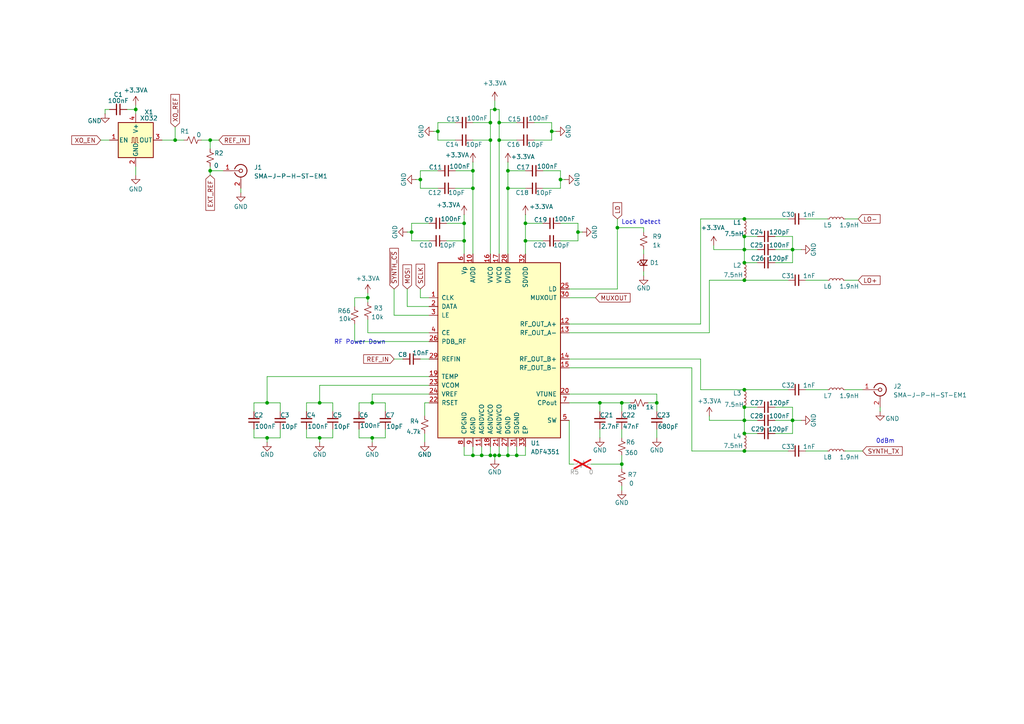
<source format=kicad_sch>
(kicad_sch (version 20231120) (generator "eeschema") (generator_version "8.0")
  (paper "A4")
  (lib_symbols
    (symbol "Connector:Conn_Coaxial" (pin_names (offset 1.016) hide)
      (property "Reference" "J" (at 0.254 3.048 0))
      (property "Value" "Conn_Coaxial" (at 2.921 0 90))
      (symbol "Conn_Coaxial_0_1"
        (arc (start -1.778 -0.508) (mid 0.2311 -1.8066) (end 1.778 0) (stroke (width 0.254)))
        (polyline (pts (xy -2.54 0) (xy -0.508 0)))
        (polyline (pts (xy 0 -2.54) (xy 0 -1.778)))
        (circle (center 0 0) (radius 0.508) (stroke (width 0.2032)))
        (arc (start 1.778 0) (mid 0.2099 1.8101) (end -1.778 0.508) (stroke (width 0.254)))
      )
      (symbol "Conn_Coaxial_1_1"
        (pin passive line (at -5.08 0 0) (length 2.54) (name "In") (number "1"))
        (pin passive line (at 0 -5.08 90) (length 2.54) (name "Ext") (number "2"))
      )
    )
    (symbol "Device:C_Small" (pin_numbers hide) (pin_names (offset 0.254) hide)
      (property "Reference" "C" (at 0.254 1.778 0))
      (property "Value" "C_Small" (at 0.254 -2.032 0))
      (symbol "C_Small_0_1"
        (polyline (pts (xy -1.524 -0.508) (xy 1.524 -0.508)) (stroke (width 0.3302)))
        (polyline (pts (xy -1.524 0.508) (xy 1.524 0.508)) (stroke (width 0.3048)))
      )
      (symbol "C_Small_1_1"
        (pin passive line (at 0 2.54 270) (length 2.032) (name "~") (number "1"))
        (pin passive line (at 0 -2.54 90) (length 2.032) (name "~") (number "2"))
      )
    )
    (symbol "Device:LED_Small" (pin_numbers hide) (pin_names (offset 0.254) hide)
      (property "Reference" "D" (at -1.27 3.175 0))
      (property "Value" "LED_Small" (at -4.445 -2.54 0))
      (symbol "LED_Small_0_1"
        (polyline (pts (xy -0.762 -1.016) (xy -0.762 1.016)) (stroke (width 0.254)))
        (polyline (pts (xy 1.016 0) (xy -0.762 0)))
        (polyline (pts (xy 0.762 -1.016) (xy -0.762 0) (xy 0.762 1.016) (xy 0.762 -1.016)) (stroke (width 0.254)))
        (polyline (pts (xy 0 0.762) (xy -0.508 1.27) (xy -0.254 1.27) (xy -0.508 1.27) (xy -0.508 1.016)))
        (polyline (pts (xy 0.508 1.27) (xy 0 1.778) (xy 0.254 1.778) (xy 0 1.778) (xy 0 1.524)))
      )
      (symbol "LED_Small_1_1"
        (pin passive line (at -2.54 0 0) (length 1.778) (name "K") (number "1"))
        (pin passive line (at 2.54 0 180) (length 1.778) (name "A") (number "2"))
      )
    )
    (symbol "Device:L_Small" (pin_numbers hide) (pin_names (offset 0.254) hide)
      (property "Reference" "L" (at 0.762 1.016 0))
      (property "Value" "L_Small" (at 0.762 -1.016 0))
      (symbol "L_Small_0_1"
        (arc (start 0 -2.032) (mid 0.5058 -1.524) (end 0 -1.016))
        (arc (start 0 -1.016) (mid 0.5058 -0.508) (end 0 0))
        (arc (start 0 0) (mid 0.5058 0.508) (end 0 1.016))
        (arc (start 0 1.016) (mid 0.5058 1.524) (end 0 2.032))
      )
      (symbol "L_Small_1_1"
        (pin passive line (at 0 2.54 270) (length 0.508) (name "~") (number "1"))
        (pin passive line (at 0 -2.54 90) (length 0.508) (name "~") (number "2"))
      )
    )
    (symbol "Device:R_Small_US" (pin_numbers hide) (pin_names (offset 0.254) hide)
      (property "Reference" "R" (at 0.762 0.508 0))
      (property "Value" "R_Small_US" (at 0.762 -1.016 0))
      (symbol "R_Small_US_1_1"
        (polyline (pts (xy 0 0) (xy 1.016 -0.381) (xy 0 -0.762) (xy -1.016 -1.143) (xy 0 -1.524)))
        (polyline (pts (xy 0 1.524) (xy 1.016 1.143) (xy 0 0.762) (xy -1.016 0.381) (xy 0 0)))
        (pin passive line (at 0 2.54 270) (length 1.016) (name "~") (number "1"))
        (pin passive line (at 0 -2.54 90) (length 1.016) (name "~") (number "2"))
      )
    )
    (symbol "Oscillator:XO32" (pin_names (offset 0.254))
      (property "Reference" "X" (at -5.08 6.35 0))
      (property "Value" "XO32" (at 1.27 -6.35 0))
      (symbol "XO32_0_1"
        (rectangle (start -5.08 5.08) (end 5.08 -5.08) (stroke (width 0.254)) (fill (type background)))
        (polyline (pts (xy -1.27 -0.762) (xy -1.016 -0.762) (xy -1.016 0.762) (xy -0.508 0.762) (xy -0.508 -0.762) (xy 0 -0.762) (xy 0 0.762) (xy 0.508 0.762) (xy 0.508 -0.762) (xy 0.762 -0.762)))
      )
      (symbol "XO32_1_1"
        (pin input line (at -7.62 0 0) (length 2.54) (name "EN") (number "1"))
        (pin power_in line (at 0 -7.62 90) (length 2.54) (name "GND") (number "2"))
        (pin output line (at 7.62 0 180) (length 2.54) (name "OUT") (number "3"))
        (pin power_in line (at 0 7.62 270) (length 2.54) (name "V+") (number "4"))
      )
    )
    (symbol "Timer_PLL:ADF4351" (pin_names (offset 1.016))
      (property "Reference" "U" (at 0 1.27 0))
      (property "Value" "ADF4351" (at 0 -1.27 0))
      (symbol "ADF4351_0_1"
        (rectangle (start 17.78 25.4) (end -17.78 -25.4) (stroke (width 0.254)) (fill (type background)))
      )
      (symbol "ADF4351_1_1"
        (pin input line (at -20.32 15.24 0) (length 2.54) (name "CLK") (number "1"))
        (pin power_in line (at -7.62 27.94 270) (length 2.54) (name "AVDD") (number "10"))
        (pin power_in line (at -5.08 -27.94 90) (length 2.54) (name "AGNDVCO") (number "11"))
        (pin output line (at 20.32 7.62 180) (length 2.54) (name "RF_OUT_A+") (number "12"))
        (pin output line (at 20.32 5.08 180) (length 2.54) (name "RF_OUT_A-") (number "13"))
        (pin output line (at 20.32 -2.54 180) (length 2.54) (name "RF_OUT_B+") (number "14"))
        (pin output line (at 20.32 -5.08 180) (length 2.54) (name "RF_OUT_B-") (number "15"))
        (pin power_in line (at -2.54 27.94 270) (length 2.54) (name "VVCO") (number "16"))
        (pin power_in line (at 0 27.94 270) (length 2.54) (name "VVCO") (number "17"))
        (pin power_in line (at -2.54 -27.94 90) (length 2.54) (name "AGNDVCO") (number "18"))
        (pin input line (at -20.32 -7.62 0) (length 2.54) (name "TEMP") (number "19"))
        (pin input line (at -20.32 12.7 0) (length 2.54) (name "DATA") (number "2"))
        (pin input line (at 20.32 -12.7 180) (length 2.54) (name "VTUNE") (number "20"))
        (pin power_in line (at 0 -27.94 90) (length 2.54) (name "AGNDVCO") (number "21"))
        (pin input line (at -20.32 -15.24 0) (length 2.54) (name "RSET") (number "22"))
        (pin input line (at -20.32 -10.16 0) (length 2.54) (name "VCOM") (number "23"))
        (pin input line (at -20.32 -12.7 0) (length 2.54) (name "VREF") (number "24"))
        (pin input line (at 20.32 17.78 180) (length 2.54) (name "LD") (number "25"))
        (pin input line (at -20.32 2.54 0) (length 2.54) (name "PDB_RF") (number "26"))
        (pin power_in line (at 2.54 -27.94 90) (length 2.54) (name "DGND") (number "27"))
        (pin power_in line (at 2.54 27.94 270) (length 2.54) (name "DVDD") (number "28"))
        (pin input line (at -20.32 -2.54 0) (length 2.54) (name "REFIN") (number "29"))
        (pin input line (at -20.32 10.16 0) (length 2.54) (name "LE") (number "3"))
        (pin output line (at 20.32 15.24 180) (length 2.54) (name "MUXOUT") (number "30"))
        (pin power_in line (at 5.08 -27.94 90) (length 2.54) (name "SDGND") (number "31"))
        (pin power_in line (at 7.62 27.94 270) (length 2.54) (name "SDVDD") (number "32"))
        (pin power_in line (at 7.62 -27.94 90) (length 2.54) (name "EP") (number "33"))
        (pin input line (at -20.32 5.08 0) (length 2.54) (name "CE") (number "4"))
        (pin input line (at 20.32 -20.32 180) (length 2.54) (name "SW") (number "5"))
        (pin power_in line (at -10.16 27.94 270) (length 2.54) (name "Vp") (number "6"))
        (pin input line (at 20.32 -15.24 180) (length 2.54) (name "CPout") (number "7"))
        (pin power_in line (at -10.16 -27.94 90) (length 2.54) (name "CPGND") (number "8"))
        (pin power_in line (at -7.62 -27.94 90) (length 2.54) (name "AGND") (number "9"))
      )
    )
    (symbol "power:+3.3VA" (power) (pin_numbers hide) (pin_names (offset 0) hide)
      (property "Value" "+3.3VA" (at 0 3.556 0))
      (symbol "+3.3VA_0_1"
        (polyline (pts (xy -0.762 1.27) (xy 0 2.54)))
        (polyline (pts (xy 0 0) (xy 0 2.54)))
        (polyline (pts (xy 0 2.54) (xy 0.762 1.27)))
      )
      (symbol "+3.3VA_1_1"
        (pin power_in line (at 0 0 90) (length 0) (name "~") (number "1"))
      )
    )
    (symbol "power:GND" (power) (pin_numbers hide) (pin_names (offset 0) hide)
      (property "Value" "GND" (at 0 -3.81 0))
      (symbol "GND_0_1"
        (polyline (pts (xy 0 0) (xy 0 -1.27) (xy 1.27 -1.27) (xy 0 -2.54) (xy -1.27 -1.27) (xy 0 -1.27)))
      )
      (symbol "GND_1_1"
        (pin power_in line (at 0 0 270) (length 0) (name "~") (number "1"))
      )
    )
  )
  (junction (at 160.02 38.1))
  (junction (at 92.71 116.84))
  (junction (at 134.62 64.77))
  (junction (at 137.16 132.08))
  (junction (at 180.34 134.62))
  (junction (at 215.9 118.11))
  (junction (at 144.78 132.08))
  (junction (at 92.71 127))
  (junction (at 147.32 54.61))
  (junction (at 215.9 63.5))
  (junction (at 142.24 132.08))
  (junction (at 60.96 40.64))
  (junction (at 162.56 52.07))
  (junction (at 215.9 76.2))
  (junction (at 142.24 35.56))
  (junction (at 215.9 130.81))
  (junction (at 137.16 54.61))
  (junction (at 119.38 67.31))
  (junction (at 229.87 72.39))
  (junction (at 77.47 127))
  (junction (at 147.32 49.53))
  (junction (at 173.99 116.84))
  (junction (at 139.7 132.08))
  (junction (at 39.37 31.75))
  (junction (at 229.87 121.92))
  (junction (at 215.9 72.39))
  (junction (at 60.96 49.53))
  (junction (at 137.16 49.53))
  (junction (at 50.8 40.64))
  (junction (at 215.9 68.58))
  (junction (at 152.4 64.77))
  (junction (at 190.5 116.84))
  (junction (at 179.07 66.04))
  (junction (at 215.9 113.03))
  (junction (at 215.9 81.28))
  (junction (at 142.24 40.64))
  (junction (at 77.47 116.84))
  (junction (at 127 38.1))
  (junction (at 215.9 121.92))
  (junction (at 144.78 40.64))
  (junction (at 107.95 116.84))
  (junction (at 143.51 31.75))
  (junction (at 121.92 52.07))
  (junction (at 152.4 69.85))
  (junction (at 106.68 86.36))
  (junction (at 180.34 116.84))
  (junction (at 107.95 127))
  (junction (at 215.9 125.73))
  (junction (at 134.62 69.85))
  (junction (at 167.64 67.31))
  (junction (at 143.51 132.08))
  (junction (at 147.32 132.08))
  (junction (at 149.86 132.08))
  (junction (at 144.78 35.56))
  (wire (pts (xy 106.68 85.09) (xy 106.68 86.36)))
  (wire (pts (xy 143.51 132.08) (xy 144.78 132.08)))
  (wire (pts (xy 30.48 33.02) (xy 30.48 31.75)))
  (wire (pts (xy 144.78 40.64) (xy 144.78 73.66)))
  (wire (pts (xy 165.1 96.52) (xy 205.74 96.52)))
  (wire (pts (xy 137.16 54.61) (xy 132.08 54.61)))
  (wire (pts (xy 167.64 69.85) (xy 162.56 69.85)))
  (wire (pts (xy 179.07 66.04) (xy 179.07 83.82)))
  (wire (pts (xy 215.9 76.2) (xy 219.71 76.2)))
  (wire (pts (xy 50.8 36.83) (xy 50.8 40.64)))
  (wire (pts (xy 142.24 35.56) (xy 142.24 40.64)))
  (wire (pts (xy 107.95 116.84) (xy 111.76 116.84)))
  (wire (pts (xy 142.24 40.64) (xy 137.16 40.64)))
  (wire (pts (xy 229.87 76.2) (xy 229.87 72.39)))
  (wire (pts (xy 186.69 72.39) (xy 186.69 73.66)))
  (wire (pts (xy 152.4 132.08) (xy 152.4 129.54)))
  (wire (pts (xy 144.78 129.54) (xy 144.78 132.08)))
  (wire (pts (xy 224.79 76.2) (xy 229.87 76.2)))
  (wire (pts (xy 114.3 91.44) (xy 114.3 83.82)))
  (wire (pts (xy 147.32 132.08) (xy 149.86 132.08)))
  (wire (pts (xy 186.69 66.04) (xy 179.07 66.04)))
  (wire (pts (xy 106.68 96.52) (xy 124.46 96.52)))
  (wire (pts (xy 102.87 86.36) (xy 106.68 86.36)))
  (wire (pts (xy 147.32 129.54) (xy 147.32 132.08)))
  (wire (pts (xy 219.71 121.92) (xy 215.9 121.92)))
  (wire (pts (xy 215.9 121.92) (xy 215.9 125.73)))
  (wire (pts (xy 186.69 78.74) (xy 186.69 80.01)))
  (wire (pts (xy 215.9 68.58) (xy 215.9 72.39)))
  (wire (pts (xy 77.47 127) (xy 81.28 127)))
  (wire (pts (xy 102.87 99.06) (xy 124.46 99.06)))
  (wire (pts (xy 149.86 132.08) (xy 152.4 132.08)))
  (wire (pts (xy 180.34 132.08) (xy 180.34 134.62)))
  (wire (pts (xy 121.92 54.61) (xy 127 54.61)))
  (wire (pts (xy 144.78 31.75) (xy 143.51 31.75)))
  (wire (pts (xy 224.79 121.92) (xy 229.87 121.92)))
  (wire (pts (xy 215.9 72.39) (xy 215.9 76.2)))
  (wire (pts (xy 152.4 64.77) (xy 157.48 64.77)))
  (wire (pts (xy 127 40.64) (xy 132.08 40.64)))
  (wire (pts (xy 215.9 118.11) (xy 219.71 118.11)))
  (wire (pts (xy 229.87 125.73) (xy 229.87 121.92)))
  (wire (pts (xy 73.66 127) (xy 77.47 127)))
  (wire (pts (xy 215.9 63.5) (xy 228.6 63.5)))
  (wire (pts (xy 180.34 116.84) (xy 182.88 116.84)))
  (wire (pts (xy 167.64 69.85) (xy 167.64 67.31)))
  (wire (pts (xy 142.24 129.54) (xy 142.24 132.08)))
  (wire (pts (xy 147.32 46.99) (xy 147.32 49.53)))
  (wire (pts (xy 39.37 31.75) (xy 39.37 33.02)))
  (wire (pts (xy 39.37 30.48) (xy 39.37 31.75)))
  (wire (pts (xy 77.47 116.84) (xy 81.28 116.84)))
  (wire (pts (xy 92.71 111.76) (xy 92.71 116.84)))
  (wire (pts (xy 106.68 92.71) (xy 106.68 96.52)))
  (wire (pts (xy 207.01 72.39) (xy 215.9 72.39)))
  (wire (pts (xy 88.9 124.46) (xy 88.9 127)))
  (wire (pts (xy 203.2 63.5) (xy 215.9 63.5)))
  (wire (pts (xy 123.19 116.84) (xy 124.46 116.84)))
  (wire (pts (xy 92.71 116.84) (xy 96.52 116.84)))
  (wire (pts (xy 168.91 67.31) (xy 167.64 67.31)))
  (wire (pts (xy 173.99 124.46) (xy 173.99 127)))
  (wire (pts (xy 123.19 125.73) (xy 123.19 128.27)))
  (wire (pts (xy 142.24 31.75) (xy 142.24 35.56)))
  (wire (pts (xy 186.69 67.31) (xy 186.69 66.04)))
  (wire (pts (xy 171.45 134.62) (xy 180.34 134.62)))
  (wire (pts (xy 162.56 54.61) (xy 157.48 54.61)))
  (wire (pts (xy 157.48 69.85) (xy 152.4 69.85)))
  (wire (pts (xy 229.87 68.58) (xy 224.79 68.58)))
  (wire (pts (xy 134.62 69.85) (xy 134.62 73.66)))
  (wire (pts (xy 215.9 68.58) (xy 219.71 68.58)))
  (wire (pts (xy 121.92 86.36) (xy 121.92 83.82)))
  (wire (pts (xy 165.1 114.3) (xy 190.5 114.3)))
  (wire (pts (xy 96.52 119.38) (xy 96.52 116.84)))
  (wire (pts (xy 161.29 38.1) (xy 160.02 38.1)))
  (wire (pts (xy 205.74 121.92) (xy 215.9 121.92)))
  (wire (pts (xy 187.96 116.84) (xy 190.5 116.84)))
  (wire (pts (xy 180.34 116.84) (xy 180.34 119.38)))
  (wire (pts (xy 134.62 129.54) (xy 134.62 132.08)))
  (wire (pts (xy 50.8 40.64) (xy 46.99 40.64)))
  (wire (pts (xy 160.02 35.56) (xy 160.02 38.1)))
  (wire (pts (xy 167.64 64.77) (xy 167.64 67.31)))
  (wire (pts (xy 203.2 113.03) (xy 215.9 113.03)))
  (wire (pts (xy 137.16 129.54) (xy 137.16 132.08)))
  (wire (pts (xy 205.74 121.92) (xy 205.74 120.65)))
  (wire (pts (xy 179.07 83.82) (xy 165.1 83.82)))
  (wire (pts (xy 137.16 132.08) (xy 139.7 132.08)))
  (wire (pts (xy 104.14 116.84) (xy 107.95 116.84)))
  (wire (pts (xy 233.68 130.81) (xy 240.03 130.81)))
  (wire (pts (xy 229.87 72.39) (xy 232.41 72.39)))
  (wire (pts (xy 102.87 86.36) (xy 102.87 88.9)))
  (wire (pts (xy 134.62 62.23) (xy 134.62 64.77)))
  (wire (pts (xy 81.28 119.38) (xy 81.28 116.84)))
  (wire (pts (xy 39.37 48.26) (xy 39.37 50.8)))
  (wire (pts (xy 205.74 81.28) (xy 215.9 81.28)))
  (wire (pts (xy 77.47 127) (xy 77.47 128.27)))
  (wire (pts (xy 119.38 69.85) (xy 124.46 69.85)))
  (wire (pts (xy 92.71 111.76) (xy 124.46 111.76)))
  (wire (pts (xy 132.08 49.53) (xy 137.16 49.53)))
  (wire (pts (xy 77.47 109.22) (xy 124.46 109.22)))
  (wire (pts (xy 121.92 54.61) (xy 121.92 52.07)))
  (wire (pts (xy 134.62 132.08) (xy 137.16 132.08)))
  (wire (pts (xy 224.79 72.39) (xy 229.87 72.39)))
  (wire (pts (xy 119.38 64.77) (xy 119.38 67.31)))
  (wire (pts (xy 233.68 113.03) (xy 240.03 113.03)))
  (wire (pts (xy 92.71 127) (xy 92.71 128.27)))
  (wire (pts (xy 215.9 81.28) (xy 228.6 81.28)))
  (wire (pts (xy 180.34 134.62) (xy 180.34 135.89)))
  (wire (pts (xy 179.07 63.5) (xy 179.07 66.04)))
  (wire (pts (xy 129.54 64.77) (xy 134.62 64.77)))
  (wire (pts (xy 245.11 63.5) (xy 248.92 63.5)))
  (wire (pts (xy 152.4 64.77) (xy 152.4 69.85)))
  (wire (pts (xy 162.56 49.53) (xy 157.48 49.53)))
  (wire (pts (xy 137.16 46.99) (xy 137.16 49.53)))
  (wire (pts (xy 107.95 116.84) (xy 107.95 114.3)))
  (wire (pts (xy 111.76 119.38) (xy 111.76 116.84)))
  (wire (pts (xy 106.68 86.36) (xy 106.68 87.63)))
  (wire (pts (xy 229.87 72.39) (xy 229.87 68.58)))
  (wire (pts (xy 102.87 93.98) (xy 102.87 99.06)))
  (wire (pts (xy 219.71 72.39) (xy 215.9 72.39)))
  (wire (pts (xy 163.83 52.07) (xy 162.56 52.07)))
  (wire (pts (xy 229.87 118.11) (xy 224.79 118.11)))
  (wire (pts (xy 224.79 125.73) (xy 229.87 125.73)))
  (wire (pts (xy 203.2 93.98) (xy 203.2 63.5)))
  (wire (pts (xy 107.95 127) (xy 111.76 127)))
  (wire (pts (xy 215.9 125.73) (xy 219.71 125.73)))
  (wire (pts (xy 92.71 127) (xy 96.52 127)))
  (wire (pts (xy 127 35.56) (xy 127 38.1)))
  (wire (pts (xy 118.11 67.31) (xy 119.38 67.31)))
  (wire (pts (xy 147.32 49.53) (xy 147.32 54.61)))
  (wire (pts (xy 50.8 40.64) (xy 53.34 40.64)))
  (wire (pts (xy 229.87 121.92) (xy 229.87 118.11)))
  (wire (pts (xy 142.24 132.08) (xy 143.51 132.08)))
  (wire (pts (xy 143.51 132.08) (xy 143.51 133.35)))
  (wire (pts (xy 119.38 64.77) (xy 124.46 64.77)))
  (wire (pts (xy 114.3 91.44) (xy 124.46 91.44)))
  (wire (pts (xy 60.96 40.64) (xy 60.96 43.18)))
  (wire (pts (xy 152.4 69.85) (xy 152.4 73.66)))
  (wire (pts (xy 165.1 106.68) (xy 200.66 106.68)))
  (wire (pts (xy 233.68 63.5) (xy 240.03 63.5)))
  (wire (pts (xy 104.14 124.46) (xy 104.14 127)))
  (wire (pts (xy 73.66 124.46) (xy 73.66 127)))
  (wire (pts (xy 160.02 35.56) (xy 154.94 35.56)))
  (wire (pts (xy 60.96 40.64) (xy 58.42 40.64)))
  (wire (pts (xy 144.78 31.75) (xy 144.78 35.56)))
  (wire (pts (xy 200.66 130.81) (xy 215.9 130.81)))
  (wire (pts (xy 203.2 104.14) (xy 203.2 113.03)))
  (wire (pts (xy 180.34 142.24) (xy 180.34 140.97)))
  (wire (pts (xy 60.96 40.64) (xy 63.5 40.64)))
  (wire (pts (xy 162.56 54.61) (xy 162.56 52.07)))
  (wire (pts (xy 118.11 88.9) (xy 118.11 83.82)))
  (wire (pts (xy 73.66 119.38) (xy 73.66 116.84)))
  (wire (pts (xy 165.1 121.92) (xy 165.1 134.62)))
  (wire (pts (xy 142.24 31.75) (xy 143.51 31.75)))
  (wire (pts (xy 60.96 49.53) (xy 64.77 49.53)))
  (wire (pts (xy 139.7 132.08) (xy 142.24 132.08)))
  (wire (pts (xy 173.99 116.84) (xy 180.34 116.84)))
  (wire (pts (xy 147.32 49.53) (xy 152.4 49.53)))
  (wire (pts (xy 36.83 31.75) (xy 39.37 31.75)))
  (wire (pts (xy 165.1 116.84) (xy 173.99 116.84)))
  (wire (pts (xy 29.21 40.64) (xy 31.75 40.64)))
  (wire (pts (xy 149.86 40.64) (xy 144.78 40.64)))
  (wire (pts (xy 107.95 114.3) (xy 124.46 114.3)))
  (wire (pts (xy 215.9 130.81) (xy 228.6 130.81)))
  (wire (pts (xy 137.16 35.56) (xy 142.24 35.56)))
  (wire (pts (xy 190.5 116.84) (xy 190.5 119.38)))
  (wire (pts (xy 162.56 49.53) (xy 162.56 52.07)))
  (wire (pts (xy 73.66 116.84) (xy 77.47 116.84)))
  (wire (pts (xy 88.9 119.38) (xy 88.9 116.84)))
  (wire (pts (xy 104.14 127) (xy 107.95 127)))
  (wire (pts (xy 142.24 40.64) (xy 142.24 73.66)))
  (wire (pts (xy 200.66 106.68) (xy 200.66 130.81)))
  (wire (pts (xy 119.38 69.85) (xy 119.38 67.31)))
  (wire (pts (xy 144.78 132.08) (xy 147.32 132.08)))
  (wire (pts (xy 167.64 64.77) (xy 162.56 64.77)))
  (wire (pts (xy 205.74 96.52) (xy 205.74 81.28)))
  (wire (pts (xy 60.96 49.53) (xy 60.96 50.8)))
  (wire (pts (xy 88.9 116.84) (xy 92.71 116.84)))
  (wire (pts (xy 77.47 109.22) (xy 77.47 116.84)))
  (wire (pts (xy 60.96 48.26) (xy 60.96 49.53)))
  (wire (pts (xy 124.46 88.9) (xy 118.11 88.9)))
  (wire (pts (xy 121.92 49.53) (xy 127 49.53)))
  (wire (pts (xy 207.01 71.12) (xy 207.01 72.39)))
  (wire (pts (xy 127 40.64) (xy 127 38.1)))
  (wire (pts (xy 114.3 104.14) (xy 116.84 104.14)))
  (wire (pts (xy 124.46 86.36) (xy 121.92 86.36)))
  (wire (pts (xy 245.11 130.81) (xy 250.19 130.81)))
  (wire (pts (xy 123.19 116.84) (xy 123.19 120.65)))
  (wire (pts (xy 30.48 31.75) (xy 31.75 31.75)))
  (wire (pts (xy 147.32 54.61) (xy 147.32 73.66)))
  (wire (pts (xy 165.1 134.62) (xy 166.37 134.62)))
  (wire (pts (xy 137.16 49.53) (xy 137.16 54.61)))
  (wire (pts (xy 190.5 114.3) (xy 190.5 116.84)))
  (wire (pts (xy 165.1 86.36) (xy 172.72 86.36)))
  (wire (pts (xy 190.5 124.46) (xy 190.5 127)))
  (wire (pts (xy 104.14 119.38) (xy 104.14 116.84)))
  (wire (pts (xy 81.28 124.46) (xy 81.28 127)))
  (wire (pts (xy 160.02 40.64) (xy 160.02 38.1)))
  (wire (pts (xy 215.9 118.11) (xy 215.9 121.92)))
  (wire (pts (xy 180.34 124.46) (xy 180.34 127)))
  (wire (pts (xy 152.4 54.61) (xy 147.32 54.61)))
  (wire (pts (xy 137.16 54.61) (xy 137.16 73.66)))
  (wire (pts (xy 111.76 124.46) (xy 111.76 127)))
  (wire (pts (xy 120.65 52.07) (xy 121.92 52.07)))
  (wire (pts (xy 165.1 104.14) (xy 203.2 104.14)))
  (wire (pts (xy 149.86 129.54) (xy 149.86 132.08)))
  (wire (pts (xy 144.78 35.56) (xy 149.86 35.56)))
  (wire (pts (xy 96.52 124.46) (xy 96.52 127)))
  (wire (pts (xy 107.95 127) (xy 107.95 128.27)))
  (wire (pts (xy 165.1 93.98) (xy 203.2 93.98)))
  (wire (pts (xy 173.99 116.84) (xy 173.99 119.38)))
  (wire (pts (xy 139.7 129.54) (xy 139.7 132.08)))
  (wire (pts (xy 143.51 31.75) (xy 143.51 29.21)))
  (wire (pts (xy 69.85 54.61) (xy 69.85 55.88)))
  (wire (pts (xy 127 35.56) (xy 132.08 35.56)))
  (wire (pts (xy 152.4 62.23) (xy 152.4 64.77)))
  (wire (pts (xy 245.11 81.28) (xy 248.92 81.28)))
  (wire (pts (xy 121.92 49.53) (xy 121.92 52.07)))
  (wire (pts (xy 134.62 64.77) (xy 134.62 69.85)))
  (wire (pts (xy 121.92 104.14) (xy 124.46 104.14)))
  (wire (pts (xy 215.9 113.03) (xy 228.6 113.03)))
  (wire (pts (xy 229.87 121.92) (xy 232.41 121.92)))
  (wire (pts (xy 134.62 69.85) (xy 129.54 69.85)))
  (wire (pts (xy 160.02 40.64) (xy 154.94 40.64)))
  (wire (pts (xy 144.78 35.56) (xy 144.78 40.64)))
  (wire (pts (xy 245.11 113.03) (xy 250.19 113.03)))
  (wire (pts (xy 88.9 127) (xy 92.71 127)))
  (wire (pts (xy 233.68 81.28) (xy 240.03 81.28)))
  (wire (pts (xy 125.73 38.1) (xy 127 38.1)))
  (wire (pts (xy 255.27 118.11) (xy 255.27 119.38)))
  (text "Lock Detect" (at 185.928 64.516 0) (effects (font (size 1.27 1.27))))
  (text "0dBm" (at 256.794 128.016 0) (effects (font (size 1.27 1.27))))
  (text "RF Power Down" (at 104.394 99.314 0) (effects (font (size 1.27 1.27))))
  (global_label "XO_REF" (shape input) (at 50.8 36.83 90) (property "Intersheetrefs" "${INTERSHEET_REFS}" (effects (hide yes))))
  (global_label "~{SYNTH_CS}" (shape input) (at 114.3 83.82 90) (property "Intersheetrefs" "${INTERSHEET_REFS}" (effects (hide yes))))
  (global_label "SCLK" (shape input) (at 121.92 83.82 90) (property "Intersheetrefs" "${INTERSHEET_REFS}" (effects (hide yes))))
  (global_label "XO_EN" (shape input) (at 29.21 40.64 180) (property "Intersheetrefs" "${INTERSHEET_REFS}" (effects (hide yes))))
  (global_label "LO-" (shape input) (at 248.92 63.5 0) (property "Intersheetrefs" "${INTERSHEET_REFS}" (effects (hide yes))))
  (global_label "REF_IN" (shape input) (at 114.3 104.14 180) (property "Intersheetrefs" "${INTERSHEET_REFS}" (effects (hide yes))))
  (global_label "LD" (shape input) (at 179.07 63.5 90) (property "Intersheetrefs" "${INTERSHEET_REFS}" (effects (hide yes))))
  (global_label "REF_IN" (shape input) (at 63.5 40.64 0) (property "Intersheetrefs" "${INTERSHEET_REFS}" (effects (hide yes))))
  (global_label "MUXOUT" (shape input) (at 172.72 86.36 0) (property "Intersheetrefs" "${INTERSHEET_REFS}" (effects (hide yes))))
  (global_label "MOSI" (shape input) (at 118.11 83.82 90) (property "Intersheetrefs" "${INTERSHEET_REFS}" (effects (hide yes))))
  (global_label "SYNTH_TX" (shape input) (at 250.19 130.81 0) (property "Intersheetrefs" "${INTERSHEET_REFS}" (effects (hide yes))))
  (global_label "EXT_REF" (shape input) (at 60.96 50.8 270) (property "Intersheetrefs" "${INTERSHEET_REFS}" (effects (hide yes))))
  (global_label "LO+" (shape input) (at 248.92 81.28 0) (property "Intersheetrefs" "${INTERSHEET_REFS}" (effects (hide yes))))
  (symbol (lib_id "Device:C_Small") (at 231.14 113.03 90) (unit 1)
    (property "Reference" "C32" (at 228.6 111.76 90))
    (property "Value" "1nF" (at 234.696 111.76 90))
    (property "Footprint" "Capacitor_SMD:C_0402_1005Metric" (effects (hide yes)))
    (property "Description" "Unpolarized capacitor, small symbol" (effects (hide yes)))
  )
  (symbol (lib_id "Device:C_Small") (at 173.99 121.92 180) (unit 1)
    (property "Reference" "C21" (at 173.99 120.396 0) (effects (justify right)))
    (property "Value" "2.7nF" (at 174.244 123.698 0) (effects (justify right)))
    (property "Footprint" "Capacitor_SMD:C_0603_1608Metric" (effects (hide yes)))
    (property "Description" "Unpolarized capacitor, small symbol" (effects (hide yes)))
  )
  (symbol (lib_id "power:GND") (at 77.47 128.27 0) (unit 1)
    (property "Reference" "#PWR05" (effects (hide yes)))
    (property "Value" "GND" (at 77.47 131.826 0))
    (property "Description" "Power symbol creates a global label with name \"GND\" , ground" (effects (hide yes)))
  )
  (symbol (lib_id "Device:C_Small") (at 129.54 54.61 270) (unit 1)
    (property "Reference" "C12" (at 128.016 55.88 90) (effects (justify right)))
    (property "Value" "10pF" (at 134.874 55.88 90) (effects (justify right)))
    (property "Footprint" "Capacitor_SMD:C_0402_1005Metric" (effects (hide yes)))
    (property "Description" "Unpolarized capacitor, small symbol" (effects (hide yes)))
  )
  (symbol (lib_id "Device:C_Small") (at 222.25 68.58 90) (unit 1)
    (property "Reference" "C24" (at 219.456 67.31 90))
    (property "Value" "120pF" (at 226.06 67.31 90))
    (property "Footprint" "Capacitor_SMD:C_0402_1005Metric" (effects (hide yes)))
    (property "Description" "Unpolarized capacitor, small symbol" (effects (hide yes)))
  )
  (symbol (lib_id "Device:C_Small") (at 96.52 121.92 180) (unit 1)
    (property "Reference" "C5" (at 96.52 120.396 0) (effects (justify right)))
    (property "Value" "10pF" (at 96.774 123.698 0) (effects (justify right)))
    (property "Footprint" "Capacitor_SMD:C_0402_1005Metric" (effects (hide yes)))
    (property "Description" "Unpolarized capacitor, small symbol" (effects (hide yes)))
  )
  (symbol (lib_id "power:GND") (at 190.5 127 0) (unit 1)
    (property "Reference" "#PWR025" (effects (hide yes)))
    (property "Value" "GND" (at 190.5 130.556 0))
    (property "Description" "Power symbol creates a global label with name \"GND\" , ground" (effects (hide yes)))
  )
  (symbol (lib_id "Device:L_Small") (at 215.9 66.04 0) (unit 1)
    (property "Reference" "L1" (at 212.598 64.516 0) (effects (justify left)))
    (property "Value" "7.5nH" (at 210.058 67.818 0) (effects (justify left)))
    (property "Footprint" "Inductor_SMD:L_0402_1005Metric" (effects (hide yes)))
    (property "Description" "Inductor, small symbol" (effects (hide yes)))
  )
  (symbol (lib_id "power:+3.3VA") (at 137.16 46.99 0) (unit 1)
    (property "Reference" "#PWR013" (effects (hide yes)))
    (property "Value" "+3.3VA" (at 132.588 44.958 0))
    (property "Description" "Power symbol creates a global label with name \"+3.3VA\"" (effects (hide yes)))
  )
  (symbol (lib_id "power:GND") (at 118.11 67.31 270) (unit 1)
    (property "Reference" "#PWR09" (effects (hide yes)))
    (property "Value" "GND" (at 114.554 67.31 0))
    (property "Description" "Power symbol creates a global label with name \"GND\" , ground" (effects (hide yes)))
  )
  (symbol (lib_id "Device:C_Small") (at 180.34 121.92 180) (unit 1)
    (property "Reference" "C22" (at 180.34 120.396 0) (effects (justify right)))
    (property "Value" "47nF" (at 180.594 123.698 0) (effects (justify right)))
    (property "Footprint" "Capacitor_SMD:C_0603_1608Metric" (effects (hide yes)))
    (property "Description" "Unpolarized capacitor, small symbol" (effects (hide yes)))
  )
  (symbol (lib_id "power:GND") (at 232.41 72.39 90) (unit 1)
    (property "Reference" "#PWR028" (effects (hide yes)))
    (property "Value" "GND" (at 235.966 72.39 0))
    (property "Description" "Power symbol creates a global label with name \"GND\" , ground" (effects (hide yes)))
  )
  (symbol (lib_id "Device:C_Small") (at 152.4 35.56 270) (unit 1)
    (property "Reference" "C15" (at 151.13 34.544 90) (effects (justify right)))
    (property "Value" "100nF" (at 159.258 34.29 90) (effects (justify right)))
    (property "Footprint" "Capacitor_SMD:C_0402_1005Metric" (effects (hide yes)))
    (property "Description" "Unpolarized capacitor, small symbol" (effects (hide yes)))
  )
  (symbol (lib_id "Device:R_Small_US") (at 102.87 91.44 0) (unit 1)
    (property "Reference" "R66" (at 99.822 90.17 0))
    (property "Value" "10k" (at 100.076 92.456 0))
    (property "Footprint" "Resistor_SMD:R_0603_1608Metric" (effects (hide yes)))
    (property "Description" "Resistor, small US symbol" (effects (hide yes)))
  )
  (symbol (lib_id "Device:C_Small") (at 190.5 121.92 180) (unit 1)
    (property "Reference" "C23" (at 190.5 120.396 0) (effects (justify right)))
    (property "Value" "680pF" (at 190.754 123.698 0) (effects (justify right)))
    (property "Footprint" "Capacitor_SMD:C_0603_1608Metric" (effects (hide yes)))
    (property "Description" "Unpolarized capacitor, small symbol" (effects (hide yes)))
  )
  (symbol (lib_id "Connector:Conn_Coaxial") (at 255.27 113.03 0) (unit 1)
    (property "Reference" "J2" (at 259.08 112.0531 0) (effects (justify left)))
    (property "Value" "SMA-J-P-H-ST-EM1" (at 259.08 114.5931 0) (effects (justify left)))
    (property "Footprint" "Connector_Coaxial:SMA_Samtec_SMA-J-P-X-ST-EM1_EdgeMount" (effects (hide yes)))
    (property "Datasheet" "https://mm.digikey.com/Volume0/opasdata/d220001/medias/docus/6129/sma-j-p-x-st-em1-mkt.pdf" (effects (hide yes)))
    (property "Description" "coaxial connector (BNC, SMA, SMB, SMC, Cinch/RCA, LEMO, ...)" (effects (hide yes)))
    (property "Digikey" "SAM8857-ND" (effects (hide yes)))
  )
  (symbol (lib_id "Device:C_Small") (at 134.62 35.56 270) (unit 1)
    (property "Reference" "C13" (at 133.35 34.544 90) (effects (justify right)))
    (property "Value" "100nF" (at 141.478 34.29 90) (effects (justify right)))
    (property "Footprint" "Capacitor_SMD:C_0402_1005Metric" (effects (hide yes)))
    (property "Description" "Unpolarized capacitor, small symbol" (effects (hide yes)))
  )
  (symbol (lib_id "Device:L_Small") (at 242.57 63.5 90) (unit 1)
    (property "Reference" "L5" (at 241.3 65.278 90) (effects (justify left)))
    (property "Value" "1.9nH" (at 249.174 65.278 90) (effects (justify left)))
    (property "Footprint" "Inductor_SMD:L_0402_1005Metric" (effects (hide yes)))
    (property "Description" "Inductor, small symbol" (effects (hide yes)))
  )
  (symbol (lib_id "Device:C_Small") (at 154.94 49.53 270) (unit 1)
    (property "Reference" "C17" (at 153.67 48.514 90) (effects (justify right)))
    (property "Value" "100nF" (at 161.798 48.26 90) (effects (justify right)))
    (property "Footprint" "Capacitor_SMD:C_0402_1005Metric" (effects (hide yes)))
    (property "Description" "Unpolarized capacitor, small symbol" (effects (hide yes)))
  )
  (symbol (lib_id "Device:C_Small") (at 231.14 63.5 90) (unit 1)
    (property "Reference" "C30" (at 228.6 62.23 90))
    (property "Value" "1nF" (at 234.696 62.23 90))
    (property "Footprint" "Capacitor_SMD:C_0402_1005Metric" (effects (hide yes)))
    (property "Description" "Unpolarized capacitor, small symbol" (effects (hide yes)))
  )
  (symbol (lib_id "power:GND") (at 173.99 127 0) (unit 1)
    (property "Reference" "#PWR022" (effects (hide yes)))
    (property "Value" "GND" (at 173.99 130.556 0))
    (property "Description" "Power symbol creates a global label with name \"GND\" , ground" (effects (hide yes)))
  )
  (symbol (lib_id "Device:L_Small") (at 242.57 130.81 90) (unit 1)
    (property "Reference" "L8" (at 241.3 132.588 90) (effects (justify left)))
    (property "Value" "1.9nH" (at 249.174 132.588 90) (effects (justify left)))
    (property "Footprint" "Inductor_SMD:L_0402_1005Metric" (effects (hide yes)))
    (property "Description" "Inductor, small symbol" (effects (hide yes)))
  )
  (symbol (lib_id "power:+3.3VA") (at 207.01 71.12 0) (unit 1)
    (property "Reference" "#PWR027" (effects (hide yes)))
    (property "Value" "+3.3VA" (at 206.756 66.04 0))
    (property "Description" "Power symbol creates a global label with name \"+3.3VA\"" (effects (hide yes)))
  )
  (symbol (lib_id "Device:C_Small") (at 222.25 76.2 90) (unit 1)
    (property "Reference" "C26" (at 219.71 74.93 90))
    (property "Value" "120pF" (at 225.806 74.93 90))
    (property "Footprint" "Capacitor_SMD:C_0402_1005Metric" (effects (hide yes)))
    (property "Description" "Unpolarized capacitor, small symbol" (effects (hide yes)))
  )
  (symbol (lib_id "Device:C_Small") (at 111.76 121.92 180) (unit 1)
    (property "Reference" "C7" (at 111.76 120.396 0) (effects (justify right)))
    (property "Value" "10pF" (at 112.014 123.698 0) (effects (justify right)))
    (property "Footprint" "Capacitor_SMD:C_0402_1005Metric" (effects (hide yes)))
    (property "Description" "Unpolarized capacitor, small symbol" (effects (hide yes)))
  )
  (symbol (lib_id "Device:C_Small") (at 73.66 121.92 180) (unit 1)
    (property "Reference" "C2" (at 73.66 120.396 0) (effects (justify right)))
    (property "Value" "100nF" (at 73.914 123.698 0) (effects (justify right)))
    (property "Footprint" "Capacitor_SMD:C_0402_1005Metric" (effects (hide yes)))
    (property "Description" "Unpolarized capacitor, small symbol" (effects (hide yes)))
  )
  (symbol (lib_id "Device:C_Small") (at 231.14 81.28 90) (unit 1)
    (property "Reference" "C31" (at 228.6 80.01 90))
    (property "Value" "1nF" (at 234.696 80.01 90))
    (property "Footprint" "Capacitor_SMD:C_0402_1005Metric" (effects (hide yes)))
    (property "Description" "Unpolarized capacitor, small symbol" (effects (hide yes)))
  )
  (symbol (lib_id "Device:R_Small_US") (at 168.91 134.62 270) (unit 1) (dnp yes)
    (property "Reference" "R5" (at 166.624 136.906 90))
    (property "Value" "0" (at 171.45 136.906 90))
    (property "Footprint" "Resistor_SMD:R_0603_1608Metric" (effects (hide yes)))
    (property "Description" "Resistor, small US symbol" (effects (hide yes)))
  )
  (symbol (lib_id "Device:C_Small") (at 160.02 64.77 270) (unit 1)
    (property "Reference" "C19" (at 158.75 63.754 90) (effects (justify right)))
    (property "Value" "100nF" (at 166.878 63.5 90) (effects (justify right)))
    (property "Footprint" "Capacitor_SMD:C_0402_1005Metric" (effects (hide yes)))
    (property "Description" "Unpolarized capacitor, small symbol" (effects (hide yes)))
  )
  (symbol (lib_id "power:GND") (at 232.41 121.92 90) (unit 1)
    (property "Reference" "#PWR029" (effects (hide yes)))
    (property "Value" "GND" (at 235.966 121.92 0))
    (property "Description" "Power symbol creates a global label with name \"GND\" , ground" (effects (hide yes)))
  )
  (symbol (lib_id "power:GND") (at 30.48 33.02 0) (unit 1)
    (property "Reference" "#PWR01" (effects (hide yes)))
    (property "Value" "GND" (at 27.432 35.052 0))
    (property "Description" "Power symbol creates a global label with name \"GND\" , ground" (effects (hide yes)))
  )
  (symbol (lib_id "Device:C_Small") (at 154.94 54.61 270) (unit 1)
    (property "Reference" "C18" (at 153.416 55.88 90) (effects (justify right)))
    (property "Value" "10pF" (at 160.274 55.88 90) (effects (justify right)))
    (property "Footprint" "Capacitor_SMD:C_0402_1005Metric" (effects (hide yes)))
    (property "Description" "Unpolarized capacitor, small symbol" (effects (hide yes)))
  )
  (symbol (lib_id "Device:L_Small") (at 215.9 115.57 0) (unit 1)
    (property "Reference" "L3" (at 212.598 114.046 0) (effects (justify left)))
    (property "Value" "7.5nH" (at 210.058 117.348 0) (effects (justify left)))
    (property "Footprint" "Inductor_SMD:L_0402_1005Metric" (effects (hide yes)))
    (property "Description" "Inductor, small symbol" (effects (hide yes)))
  )
  (symbol (lib_id "power:+3.3VA") (at 152.4 62.23 0) (unit 1)
    (property "Reference" "#PWR017" (effects (hide yes)))
    (property "Value" "+3.3VA" (at 156.972 59.944 0))
    (property "Description" "Power symbol creates a global label with name \"+3.3VA\"" (effects (hide yes)))
  )
  (symbol (lib_id "Device:C_Small") (at 231.14 130.81 90) (unit 1)
    (property "Reference" "C33" (at 228.6 129.54 90))
    (property "Value" "1nF" (at 234.696 129.54 90))
    (property "Footprint" "Capacitor_SMD:C_0402_1005Metric" (effects (hide yes)))
    (property "Description" "Unpolarized capacitor, small symbol" (effects (hide yes)))
  )
  (symbol (lib_id "Device:R_Small_US") (at 180.34 129.54 180) (unit 1)
    (property "Reference" "R6" (at 182.88 128.27 0))
    (property "Value" "360" (at 183.134 131.318 0))
    (property "Footprint" "Resistor_SMD:R_0603_1608Metric" (effects (hide yes)))
    (property "Description" "Resistor, small US symbol" (effects (hide yes)))
  )
  (symbol (lib_id "Device:C_Small") (at 34.29 31.75 270) (unit 1)
    (property "Reference" "C1" (at 34.29 27.432 90))
    (property "Value" "100nF" (at 34.29 29.21 90))
    (property "Footprint" "Capacitor_SMD:C_0402_1005Metric" (effects (hide yes)))
    (property "Description" "Unpolarized capacitor, small symbol" (effects (hide yes)))
  )
  (symbol (lib_id "Device:L_Small") (at 242.57 113.03 90) (unit 1)
    (property "Reference" "L7" (at 241.3 114.808 90) (effects (justify left)))
    (property "Value" "1.9nH" (at 249.174 114.808 90) (effects (justify left)))
    (property "Footprint" "Inductor_SMD:L_0402_1005Metric" (effects (hide yes)))
    (property "Description" "Inductor, small symbol" (effects (hide yes)))
  )
  (symbol (lib_id "power:GND") (at 125.73 38.1 270) (unit 1)
    (property "Reference" "#PWR012" (effects (hide yes)))
    (property "Value" "GND" (at 122.174 38.1 0))
    (property "Description" "Power symbol creates a global label with name \"GND\" , ground" (effects (hide yes)))
  )
  (symbol (lib_id "Device:R_Small_US") (at 180.34 138.43 180) (unit 1)
    (property "Reference" "R7" (at 183.388 137.668 0))
    (property "Value" "0" (at 183.134 140.208 0))
    (property "Footprint" "Resistor_SMD:R_0603_1608Metric" (effects (hide yes)))
    (property "Description" "Resistor, small US symbol" (effects (hide yes)))
  )
  (symbol (lib_id "Device:C_Small") (at 88.9 121.92 180) (unit 1)
    (property "Reference" "C4" (at 88.9 120.396 0) (effects (justify right)))
    (property "Value" "100nF" (at 89.154 123.698 0) (effects (justify right)))
    (property "Footprint" "Capacitor_SMD:C_0402_1005Metric" (effects (hide yes)))
    (property "Description" "Unpolarized capacitor, small symbol" (effects (hide yes)))
  )
  (symbol (lib_id "power:GND") (at 180.34 142.24 0) (unit 1)
    (property "Reference" "#PWR023" (effects (hide yes)))
    (property "Value" "GND" (at 180.34 145.796 0))
    (property "Description" "Power symbol creates a global label with name \"GND\" , ground" (effects (hide yes)))
  )
  (symbol (lib_id "Device:C_Small") (at 127 69.85 270) (unit 1)
    (property "Reference" "C10" (at 125.476 71.12 90) (effects (justify right)))
    (property "Value" "10pF" (at 132.334 71.12 90) (effects (justify right)))
    (property "Footprint" "Capacitor_SMD:C_0402_1005Metric" (effects (hide yes)))
    (property "Description" "Unpolarized capacitor, small symbol" (effects (hide yes)))
  )
  (symbol (lib_id "Device:C_Small") (at 129.54 49.53 270) (unit 1)
    (property "Reference" "C11" (at 128.27 48.514 90) (effects (justify right)))
    (property "Value" "100nF" (at 136.398 48.26 90) (effects (justify right)))
    (property "Footprint" "Capacitor_SMD:C_0402_1005Metric" (effects (hide yes)))
    (property "Description" "Unpolarized capacitor, small symbol" (effects (hide yes)))
  )
  (symbol (lib_id "power:+3.3VA") (at 147.32 46.99 0) (unit 1)
    (property "Reference" "#PWR018" (effects (hide yes)))
    (property "Value" "+3.3VA" (at 151.638 45.466 0))
    (property "Description" "Power symbol creates a global label with name \"+3.3VA\"" (effects (hide yes)))
  )
  (symbol (lib_id "power:GND") (at 123.19 128.27 0) (unit 1)
    (property "Reference" "#PWR011" (effects (hide yes)))
    (property "Value" "GND" (at 123.19 131.826 0))
    (property "Description" "Power symbol creates a global label with name \"GND\" , ground" (effects (hide yes)))
  )
  (symbol (lib_id "Device:R_Small_US") (at 185.42 116.84 90) (unit 1)
    (property "Reference" "R8" (at 183.388 118.11 90))
    (property "Value" "1k" (at 188.468 118.11 90))
    (property "Footprint" "Resistor_SMD:R_0603_1608Metric" (effects (hide yes)))
    (property "Description" "Resistor, small US symbol" (effects (hide yes)))
  )
  (symbol (lib_id "power:GND") (at 69.85 55.88 0) (unit 1)
    (property "Reference" "#PWR04" (effects (hide yes)))
    (property "Value" "GND" (at 69.85 59.944 0))
    (property "Description" "Power symbol creates a global label with name \"GND\" , ground" (effects (hide yes)))
  )
  (symbol (lib_id "power:GND") (at 186.69 80.01 0) (unit 1)
    (property "Reference" "#PWR024" (effects (hide yes)))
    (property "Value" "GND" (at 186.69 83.566 0))
    (property "Description" "Power symbol creates a global label with name \"GND\" , ground" (effects (hide yes)))
  )
  (symbol (lib_id "power:+3.3VA") (at 134.62 62.23 0) (unit 1)
    (property "Reference" "#PWR014" (effects (hide yes)))
    (property "Value" "+3.3VA" (at 130.048 59.436 0))
    (property "Description" "Power symbol creates a global label with name \"+3.3VA\"" (effects (hide yes)))
  )
  (symbol (lib_id "Device:R_Small_US") (at 106.68 90.17 180) (unit 1)
    (property "Reference" "R3" (at 109.728 89.408 0))
    (property "Value" "10k" (at 109.474 91.948 0))
    (property "Footprint" "Resistor_SMD:R_0603_1608Metric" (effects (hide yes)))
    (property "Description" "Resistor, small US symbol" (effects (hide yes)))
  )
  (symbol (lib_id "power:GND") (at 92.71 128.27 0) (unit 1)
    (property "Reference" "#PWR06" (effects (hide yes)))
    (property "Value" "GND" (at 92.71 131.826 0))
    (property "Description" "Power symbol creates a global label with name \"GND\" , ground" (effects (hide yes)))
  )
  (symbol (lib_id "power:+3.3VA") (at 39.37 30.48 0) (unit 1)
    (property "Reference" "#PWR02" (effects (hide yes)))
    (property "Value" "+3.3VA" (at 39.37 26.162 0))
    (property "Description" "Power symbol creates a global label with name \"+3.3VA\"" (effects (hide yes)))
  )
  (symbol (lib_id "Device:C_Small") (at 222.25 72.39 90) (unit 1)
    (property "Reference" "C25" (at 219.456 71.12 90))
    (property "Value" "100nF" (at 226.06 71.12 90))
    (property "Footprint" "Capacitor_SMD:C_0402_1005Metric" (effects (hide yes)))
    (property "Description" "Unpolarized capacitor, small symbol" (effects (hide yes)))
  )
  (symbol (lib_id "power:GND") (at 255.27 119.38 0) (unit 1)
    (property "Reference" "#PWR030" (effects (hide yes)))
    (property "Value" "GND" (at 258.826 121.412 0))
    (property "Description" "Power symbol creates a global label with name \"GND\" , ground" (effects (hide yes)))
  )
  (symbol (lib_id "power:+3.3VA") (at 143.51 29.21 0) (unit 1)
    (property "Reference" "#PWR015" (effects (hide yes)))
    (property "Value" "+3.3VA" (at 143.51 24.13 0))
    (property "Description" "Power symbol creates a global label with name \"+3.3VA\"" (effects (hide yes)))
  )
  (symbol (lib_id "power:+3.3VA") (at 106.68 85.09 0) (unit 1)
    (property "Reference" "#PWR07" (effects (hide yes)))
    (property "Value" "+3.3VA" (at 106.68 80.772 0))
    (property "Description" "Power symbol creates a global label with name \"+3.3VA\"" (effects (hide yes)))
  )
  (symbol (lib_id "Device:L_Small") (at 215.9 128.27 0) (unit 1)
    (property "Reference" "L4" (at 212.598 126.492 0) (effects (justify left)))
    (property "Value" "7.5nH" (at 209.804 129.286 0) (effects (justify left)))
    (property "Footprint" "Inductor_SMD:L_0402_1005Metric" (effects (hide yes)))
    (property "Description" "Inductor, small symbol" (effects (hide yes)))
  )
  (symbol (lib_id "power:+3.3VA") (at 205.74 120.65 0) (unit 1)
    (property "Reference" "#PWR026" (effects (hide yes)))
    (property "Value" "+3.3VA" (at 205.74 116.332 0))
    (property "Description" "Power symbol creates a global label with name \"+3.3VA\"" (effects (hide yes)))
  )
  (symbol (lib_id "power:GND") (at 163.83 52.07 90) (unit 1)
    (property "Reference" "#PWR020" (effects (hide yes)))
    (property "Value" "GND" (at 167.386 52.07 0))
    (property "Description" "Power symbol creates a global label with name \"GND\" , ground" (effects (hide yes)))
  )
  (symbol (lib_id "Device:R_Small_US") (at 186.69 69.85 0) (unit 1)
    (property "Reference" "R9" (at 189.23 68.5799 0) (effects (justify left)))
    (property "Value" "1k" (at 189.23 71.1199 0) (effects (justify left)))
    (property "Footprint" "Resistor_SMD:R_0603_1608Metric" (effects (hide yes)))
    (property "Description" "Resistor, small US symbol" (effects (hide yes)))
  )
  (symbol (lib_id "Device:C_Small") (at 222.25 118.11 90) (unit 1)
    (property "Reference" "C27" (at 219.456 116.84 90))
    (property "Value" "120pF" (at 226.06 116.84 90))
    (property "Footprint" "Capacitor_SMD:C_0402_1005Metric" (effects (hide yes)))
    (property "Description" "Unpolarized capacitor, small symbol" (effects (hide yes)))
  )
  (symbol (lib_id "Device:C_Small") (at 127 64.77 270) (unit 1)
    (property "Reference" "C9" (at 125.73 63.754 90) (effects (justify right)))
    (property "Value" "100nF" (at 133.858 63.5 90) (effects (justify right)))
    (property "Footprint" "Capacitor_SMD:C_0402_1005Metric" (effects (hide yes)))
    (property "Description" "Unpolarized capacitor, small symbol" (effects (hide yes)))
  )
  (symbol (lib_id "power:GND") (at 161.29 38.1 90) (unit 1)
    (property "Reference" "#PWR019" (effects (hide yes)))
    (property "Value" "GND" (at 164.846 38.1 0))
    (property "Description" "Power symbol creates a global label with name \"GND\" , ground" (effects (hide yes)))
  )
  (symbol (lib_id "Device:L_Small") (at 242.57 81.28 90) (unit 1)
    (property "Reference" "L6" (at 241.3 83.058 90) (effects (justify left)))
    (property "Value" "1.9nH" (at 249.174 83.058 90) (effects (justify left)))
    (property "Footprint" "Inductor_SMD:L_0402_1005Metric" (effects (hide yes)))
    (property "Description" "Inductor, small symbol" (effects (hide yes)))
  )
  (symbol (lib_id "Timer_PLL:ADF4351") (at 144.78 101.6 0) (unit 1)
    (property "Reference" "U1" (at 153.924 128.524 0) (effects (justify left)))
    (property "Value" "ADF4351" (at 153.924 131.064 0) (effects (justify left)))
    (property "Footprint" "Package_CSP:LFCSP-32-1EP_5x5mm_P0.5mm_EP3.25x3.25mm" (effects (hide yes)))
    (property "Datasheet" "https://www.analog.com/media/en/technical-documentation/data-sheets/ADF4351.pdf" (effects (hide yes)))
    (property "Description" "35-4400MHz fractional-N PLL, LFCSP-32" (effects (hide yes)))
    (property "Digikey" "505-ADF4351BCPZ-RL7CT-ND" (effects (hide yes)))
  )
  (symbol (lib_id "Device:C_Small") (at 160.02 69.85 270) (unit 1)
    (property "Reference" "C20" (at 158.496 71.12 90) (effects (justify right)))
    (property "Value" "10pF" (at 165.354 71.12 90) (effects (justify right)))
    (property "Footprint" "Capacitor_SMD:C_0402_1005Metric" (effects (hide yes)))
    (property "Description" "Unpolarized capacitor, small symbol" (effects (hide yes)))
  )
  (symbol (lib_id "Device:R_Small_US") (at 55.88 40.64 90) (unit 1)
    (property "Reference" "R1" (at 53.594 38.1 90))
    (property "Value" "0" (at 57.658 39.116 90))
    (property "Footprint" "Resistor_SMD:R_0603_1608Metric" (effects (hide yes)))
    (property "Description" "Resistor, small US symbol" (effects (hide yes)))
  )
  (symbol (lib_id "Device:L_Small") (at 215.9 78.74 0) (unit 1)
    (property "Reference" "L2" (at 212.598 76.962 0) (effects (justify left)))
    (property "Value" "7.5nH" (at 209.804 79.756 0) (effects (justify left)))
    (property "Footprint" "Inductor_SMD:L_0402_1005Metric" (effects (hide yes)))
    (property "Description" "Inductor, small symbol" (effects (hide yes)))
  )
  (symbol (lib_id "Device:R_Small_US") (at 60.96 45.72 180) (unit 1)
    (property "Reference" "R2" (at 63.5 44.45 0))
    (property "Value" "0" (at 62.738 48.006 0))
    (property "Footprint" "Resistor_SMD:R_0603_1608Metric" (effects (hide yes)))
    (property "Description" "Resistor, small US symbol" (effects (hide yes)))
  )
  (symbol (lib_id "power:GND") (at 143.51 133.35 0) (unit 1)
    (property "Reference" "#PWR016" (effects (hide yes)))
    (property "Value" "GND" (at 143.51 136.906 0))
    (property "Description" "Power symbol creates a global label with name \"GND\" , ground" (effects (hide yes)))
  )
  (symbol (lib_id "power:GND") (at 39.37 50.8 0) (unit 1)
    (property "Reference" "#PWR03" (effects (hide yes)))
    (property "Value" "GND" (at 39.37 54.864 0))
    (property "Description" "Power symbol creates a global label with name \"GND\" , ground" (effects (hide yes)))
  )
  (symbol (lib_id "Device:C_Small") (at 134.62 40.64 270) (unit 1)
    (property "Reference" "C14" (at 133.096 41.91 90) (effects (justify right)))
    (property "Value" "10pF" (at 139.954 41.91 90) (effects (justify right)))
    (property "Footprint" "Capacitor_SMD:C_0402_1005Metric" (effects (hide yes)))
    (property "Description" "Unpolarized capacitor, small symbol" (effects (hide yes)))
  )
  (symbol (lib_id "Device:C_Small") (at 222.25 121.92 90) (unit 1)
    (property "Reference" "C28" (at 219.456 120.65 90))
    (property "Value" "100nF" (at 226.06 120.65 90))
    (property "Footprint" "Capacitor_SMD:C_0402_1005Metric" (effects (hide yes)))
    (property "Description" "Unpolarized capacitor, small symbol" (effects (hide yes)))
  )
  (symbol (lib_id "Device:R_Small_US") (at 123.19 123.19 0) (unit 1)
    (property "Reference" "R4" (at 118.872 122.174 0) (effects (justify left)))
    (property "Value" "4.7k" (at 117.856 125.222 0) (effects (justify left)))
    (property "Footprint" "Resistor_SMD:R_0603_1608Metric" (effects (hide yes)))
    (property "Description" "Resistor, small US symbol" (effects (hide yes)))
  )
  (symbol (lib_id "Device:C_Small") (at 222.25 125.73 90) (unit 1)
    (property "Reference" "C29" (at 219.71 124.46 90))
    (property "Value" "120pF" (at 225.806 124.46 90))
    (property "Footprint" "Capacitor_SMD:C_0402_1005Metric" (effects (hide yes)))
    (property "Description" "Unpolarized capacitor, small symbol" (effects (hide yes)))
  )
  (symbol (lib_id "Device:C_Small") (at 104.14 121.92 180) (unit 1)
    (property "Reference" "C6" (at 104.14 120.396 0) (effects (justify right)))
    (property "Value" "100nF" (at 104.394 123.444 0) (effects (justify right)))
    (property "Footprint" "Capacitor_SMD:C_0402_1005Metric" (effects (hide yes)))
    (property "Description" "Unpolarized capacitor, small symbol" (effects (hide yes)))
  )
  (symbol (lib_id "Device:LED_Small") (at 186.69 76.2 90) (unit 1)
    (property "Reference" "D1" (at 188.468 76.2 90) (effects (justify right)))
    (property "Value" "150080VS75000" (effects (hide yes)))
    (property "Footprint" "LED_SMD:LED_0805_2012Metric" (effects (hide yes)))
    (property "Datasheet" "https://www.we-online.com/components/products/datasheet/150080VS75000.pdf" (effects (hide yes)))
    (property "Description" "Light emitting diode, small symbol" (effects (hide yes)))
  )
  (symbol (lib_id "Device:C_Small") (at 81.28 121.92 180) (unit 1)
    (property "Reference" "C3" (at 81.28 120.396 0) (effects (justify right)))
    (property "Value" "10pF" (at 81.534 123.698 0) (effects (justify right)))
    (property "Footprint" "Capacitor_SMD:C_0402_1005Metric" (effects (hide yes)))
    (property "Description" "Unpolarized capacitor, small symbol" (effects (hide yes)))
  )
  (symbol (lib_id "Device:C_Small") (at 152.4 40.64 270) (unit 1)
    (property "Reference" "C16" (at 150.876 41.91 90) (effects (justify right)))
    (property "Value" "10pF" (at 157.734 41.91 90) (effects (justify right)))
    (property "Footprint" "Capacitor_SMD:C_0402_1005Metric" (effects (hide yes)))
    (property "Description" "Unpolarized capacitor, small symbol" (effects (hide yes)))
  )
  (symbol (lib_id "Oscillator:XO32") (at 39.37 40.64 0) (unit 1)
    (property "Reference" "X1" (at 43.18 32.512 0))
    (property "Value" "XO32" (at 43.18 34.29 0))
    (property "Footprint" "Oscillator:Oscillator_SMD_EuroQuartz_XO32-4Pin_3.2x2.5mm" (effects (hide yes)))
    (property "Datasheet" "http://cdn-reichelt.de/documents/datenblatt/B400/XO32.pdf" (effects (hide yes)))
    (property "Description" "HCMOS Clock Oscillator" (effects (hide yes)))
  )
  (symbol (lib_id "power:GND") (at 168.91 67.31 90) (unit 1)
    (property "Reference" "#PWR021" (effects (hide yes)))
    (property "Value" "GND" (at 172.466 67.31 0))
    (property "Description" "Power symbol creates a global label with name \"GND\" , ground" (effects (hide yes)))
  )
  (symbol (lib_id "power:GND") (at 120.65 52.07 270) (unit 1)
    (property "Reference" "#PWR010" (effects (hide yes)))
    (property "Value" "GND" (at 117.094 52.07 0))
    (property "Description" "Power symbol creates a global label with name \"GND\" , ground" (effects (hide yes)))
  )
  (symbol (lib_id "Connector:Conn_Coaxial") (at 69.85 49.53 0) (unit 1)
    (property "Reference" "J1" (at 73.66 48.5531 0) (effects (justify left)))
    (property "Value" "SMA-J-P-H-ST-EM1" (at 73.66 51.0931 0) (effects (justify left)))
    (property "Footprint" "Connector_Coaxial:SMA_Samtec_SMA-J-P-X-ST-EM1_EdgeMount" (effects (hide yes)))
    (property "Datasheet" "https://mm.digikey.com/Volume0/opasdata/d220001/medias/docus/6129/sma-j-p-x-st-em1-mkt.pdf" (effects (hide yes)))
    (property "Description" "coaxial connector (BNC, SMA, SMB, SMC, Cinch/RCA, LEMO, ...)" (effects (hide yes)))
    (property "Digikey" "SAM8857-ND" (effects (hide yes)))
  )
  (symbol (lib_id "Device:C_Small") (at 119.38 104.14 270) (unit 1)
    (property "Reference" "C8" (at 118.11 102.87 90) (effects (justify right)))
    (property "Value" "10nF" (at 124.46 102.362 90) (effects (justify right)))
    (property "Footprint" "Capacitor_SMD:C_0402_1005Metric" (effects (hide yes)))
    (property "Description" "Unpolarized capacitor, small symbol" (effects (hide yes)))
  )
  (symbol (lib_id "power:GND") (at 107.95 128.27 0) (unit 1)
    (property "Reference" "#PWR08" (effects (hide yes)))
    (property "Value" "GND" (at 107.95 131.826 0))
    (property "Description" "Power symbol creates a global label with name \"GND\" , ground" (effects (hide yes)))
  )
)
</source>
